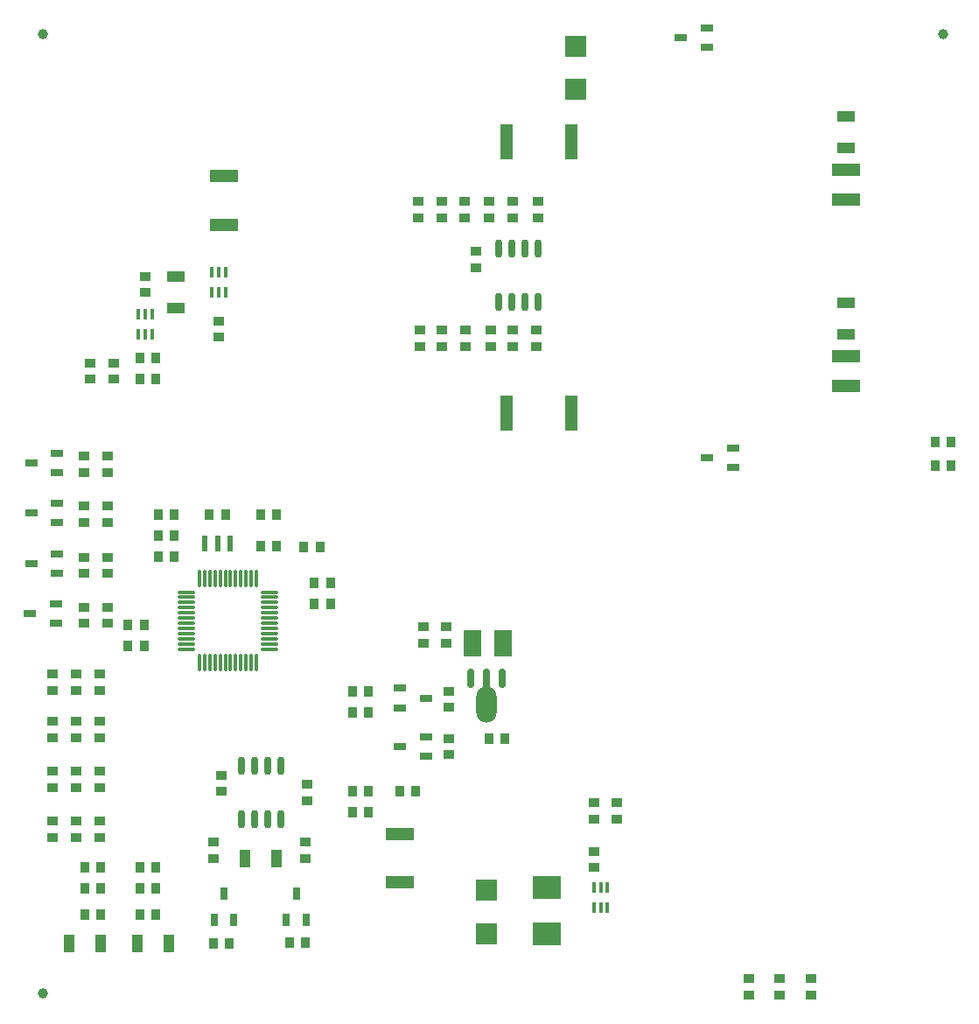
<source format=gtp>
%FSLAX25Y25*%
%MOIN*%
G70*
G01*
G75*
G04 Layer_Color=8421504*
%ADD10C,0.01000*%
%ADD11R,0.10799X0.08500*%
%ADD12O,0.02756X0.07480*%
%ADD13O,0.02756X0.08268*%
%ADD14O,0.07874X0.13780*%
%ADD15R,0.07087X0.10236*%
%ADD16R,0.04921X0.02756*%
%ADD17R,0.02756X0.04921*%
%ADD18R,0.07087X0.04449*%
%ADD19R,0.04449X0.07087*%
%ADD20R,0.10512X0.04724*%
%ADD21O,0.02756X0.07087*%
%ADD22R,0.01654X0.03937*%
%ADD23R,0.04921X0.13465*%
%ADD24R,0.03661X0.03858*%
%ADD25R,0.03858X0.03661*%
%ADD26O,0.07087X0.01102*%
%ADD27O,0.01102X0.07087*%
%ADD28R,0.10709X0.04567*%
%ADD29C,0.03937*%
%ADD30R,0.02362X0.05906*%
%ADD31R,0.07874X0.07874*%
%ADD32C,0.03150*%
%ADD33C,0.01969*%
%ADD34C,0.01181*%
%ADD35C,0.04724*%
%ADD36R,0.20500X1.22000*%
%ADD37R,0.44000X0.15500*%
%ADD38R,0.15000X0.07000*%
%ADD39R,0.23000X0.15000*%
%ADD40R,0.25000X0.15000*%
%ADD41C,0.05906*%
%ADD42C,0.12598*%
%ADD43O,0.10236X0.11811*%
%ADD44O,0.10236X0.11024*%
%ADD45C,0.07087*%
%ADD46C,0.11811*%
%ADD47R,0.05906X0.05906*%
%ADD48C,0.03000*%
%ADD49C,0.04000*%
%ADD50C,0.02756*%
%ADD51C,0.01575*%
%ADD52C,0.00984*%
%ADD53C,0.00787*%
%ADD54C,0.00500*%
%ADD55C,0.00600*%
D11*
X222000Y67201D02*
D03*
Y49799D02*
D03*
D12*
X204906Y147000D02*
D03*
X193095D02*
D03*
D13*
X199000Y146606D02*
D03*
D14*
Y137157D02*
D03*
D15*
X205406Y160500D02*
D03*
X193595D02*
D03*
D16*
X273079Y391000D02*
D03*
X282921Y394740D02*
D03*
Y387260D02*
D03*
X283079Y231000D02*
D03*
X292921Y234740D02*
D03*
Y227260D02*
D03*
X25579Y228996D02*
D03*
X35421Y232736D02*
D03*
Y225256D02*
D03*
X25579Y209996D02*
D03*
X35421Y213736D02*
D03*
Y206256D02*
D03*
X25504Y190720D02*
D03*
X35346Y194461D02*
D03*
Y186980D02*
D03*
X25004Y171720D02*
D03*
X34846Y175461D02*
D03*
Y167980D02*
D03*
X166079Y121000D02*
D03*
X175921Y124740D02*
D03*
Y117260D02*
D03*
Y139500D02*
D03*
X166079Y135760D02*
D03*
Y143240D02*
D03*
D17*
X99000Y64921D02*
D03*
X102740Y55079D02*
D03*
X95260D02*
D03*
X126500Y64921D02*
D03*
X130240Y55079D02*
D03*
X122760D02*
D03*
D18*
X336000Y360866D02*
D03*
Y349134D02*
D03*
Y289866D02*
D03*
Y278134D02*
D03*
X80500Y299866D02*
D03*
Y288134D02*
D03*
D19*
X107134Y78500D02*
D03*
X118866D02*
D03*
X51866Y46000D02*
D03*
X40134D02*
D03*
X66134D02*
D03*
X77866D02*
D03*
D20*
X166000Y69287D02*
D03*
Y87713D02*
D03*
X99000Y319787D02*
D03*
Y338213D02*
D03*
D21*
X105500Y93264D02*
D03*
X110500Y93264D02*
D03*
X115500D02*
D03*
X120500Y93264D02*
D03*
X105500Y113736D02*
D03*
X110500Y113736D02*
D03*
X115500D02*
D03*
X120500Y113736D02*
D03*
X218500Y310736D02*
D03*
X213500D02*
D03*
X208500D02*
D03*
X203500D02*
D03*
X218500Y290264D02*
D03*
X213500D02*
D03*
X208500D02*
D03*
X203500D02*
D03*
D22*
X245059Y67339D02*
D03*
X242500D02*
D03*
X239941D02*
D03*
Y59661D02*
D03*
X245059D02*
D03*
X242500D02*
D03*
X94441Y294161D02*
D03*
X97000D02*
D03*
X99559D02*
D03*
Y301839D02*
D03*
X94441D02*
D03*
X97000D02*
D03*
X66441Y278161D02*
D03*
X69000D02*
D03*
X71559D02*
D03*
Y285839D02*
D03*
X66441D02*
D03*
X69000D02*
D03*
D23*
X206795Y351500D02*
D03*
X231205D02*
D03*
Y248000D02*
D03*
X206795D02*
D03*
D24*
X199969Y124000D02*
D03*
X206032D02*
D03*
X62468Y167500D02*
D03*
X68531D02*
D03*
X62469Y159500D02*
D03*
X68532D02*
D03*
X80000Y201500D02*
D03*
X73937D02*
D03*
X94969Y46000D02*
D03*
X101032D02*
D03*
X135532Y197000D02*
D03*
X129469D02*
D03*
X123969Y46500D02*
D03*
X130032D02*
D03*
X112969Y197500D02*
D03*
X119032D02*
D03*
X45969Y75000D02*
D03*
X52032D02*
D03*
X73031D02*
D03*
X66968D02*
D03*
X139532Y183500D02*
D03*
X133469D02*
D03*
X73031Y261000D02*
D03*
X66968D02*
D03*
X172031Y104000D02*
D03*
X165968D02*
D03*
X139532Y175500D02*
D03*
X133469D02*
D03*
X369969Y237000D02*
D03*
X376032D02*
D03*
X369969Y228000D02*
D03*
X376032D02*
D03*
X73937Y193500D02*
D03*
X80000D02*
D03*
X52032Y57000D02*
D03*
X45969D02*
D03*
X66968D02*
D03*
X73031D02*
D03*
X52032Y67000D02*
D03*
X45969D02*
D03*
X66968D02*
D03*
X73031D02*
D03*
X154032Y104000D02*
D03*
X147969D02*
D03*
X147968Y142000D02*
D03*
X154031D02*
D03*
X147968Y134000D02*
D03*
X154031D02*
D03*
X147968Y96000D02*
D03*
X154031D02*
D03*
X66968Y269000D02*
D03*
X73031D02*
D03*
X93468Y209500D02*
D03*
X99531D02*
D03*
X112969D02*
D03*
X119032D02*
D03*
X80000D02*
D03*
X73937D02*
D03*
D25*
X183500Y160469D02*
D03*
Y166532D02*
D03*
X51500Y142469D02*
D03*
Y148531D02*
D03*
Y105468D02*
D03*
Y111531D02*
D03*
X200500Y273469D02*
D03*
Y279532D02*
D03*
X209000D02*
D03*
Y273469D02*
D03*
X51500Y124469D02*
D03*
Y130532D02*
D03*
Y86468D02*
D03*
Y92532D02*
D03*
X98000Y110032D02*
D03*
Y103969D02*
D03*
X200000Y328532D02*
D03*
Y322469D02*
D03*
X209000D02*
D03*
Y328532D02*
D03*
X322500Y26469D02*
D03*
Y32532D02*
D03*
X310500D02*
D03*
Y26469D02*
D03*
X299000D02*
D03*
Y32532D02*
D03*
X195000Y303468D02*
D03*
Y309531D02*
D03*
X54500Y225468D02*
D03*
Y231532D02*
D03*
X54500Y206469D02*
D03*
Y212532D02*
D03*
Y186969D02*
D03*
Y193032D02*
D03*
Y167969D02*
D03*
Y174032D02*
D03*
X45500Y225468D02*
D03*
Y231532D02*
D03*
Y206469D02*
D03*
Y212531D02*
D03*
X45500Y186969D02*
D03*
Y193032D02*
D03*
Y167968D02*
D03*
Y174031D02*
D03*
X33500Y148531D02*
D03*
Y142469D02*
D03*
Y111531D02*
D03*
Y105468D02*
D03*
X182000Y279532D02*
D03*
Y273469D02*
D03*
X42500Y148531D02*
D03*
Y142469D02*
D03*
Y111531D02*
D03*
Y105468D02*
D03*
X130500Y106532D02*
D03*
Y100469D02*
D03*
X95000Y78468D02*
D03*
Y84531D02*
D03*
X191000Y279532D02*
D03*
Y273469D02*
D03*
X173500Y279532D02*
D03*
Y273469D02*
D03*
X130000Y78468D02*
D03*
Y84531D02*
D03*
X218000Y279532D02*
D03*
Y273469D02*
D03*
X33500Y130532D02*
D03*
Y124469D02*
D03*
Y92532D02*
D03*
Y86468D02*
D03*
X42500Y130532D02*
D03*
Y124469D02*
D03*
Y92532D02*
D03*
Y86468D02*
D03*
X182000Y322468D02*
D03*
Y328531D02*
D03*
X190500Y322468D02*
D03*
Y328531D02*
D03*
X173000Y322468D02*
D03*
Y328531D02*
D03*
X218500Y322468D02*
D03*
Y328531D02*
D03*
X184500Y117968D02*
D03*
Y124031D02*
D03*
X248500Y93468D02*
D03*
Y99531D02*
D03*
X184500Y142032D02*
D03*
Y135969D02*
D03*
X240000Y93468D02*
D03*
Y99531D02*
D03*
Y74968D02*
D03*
Y81031D02*
D03*
X57000Y267032D02*
D03*
Y260968D02*
D03*
X48000Y267032D02*
D03*
Y260968D02*
D03*
X97000Y283000D02*
D03*
Y276937D02*
D03*
X69000Y300032D02*
D03*
Y293969D02*
D03*
X175000Y166532D02*
D03*
Y160469D02*
D03*
D26*
X84555Y179827D02*
D03*
Y177858D02*
D03*
Y175890D02*
D03*
Y173921D02*
D03*
Y171953D02*
D03*
Y169984D02*
D03*
Y168016D02*
D03*
Y166047D02*
D03*
Y164079D02*
D03*
Y162110D02*
D03*
Y160142D02*
D03*
Y158173D02*
D03*
X116445D02*
D03*
Y160142D02*
D03*
Y162110D02*
D03*
Y164079D02*
D03*
Y166047D02*
D03*
Y168016D02*
D03*
Y169984D02*
D03*
Y171953D02*
D03*
Y173921D02*
D03*
Y175890D02*
D03*
Y177858D02*
D03*
Y179827D02*
D03*
D27*
X89673Y153055D02*
D03*
X91642D02*
D03*
X93610D02*
D03*
X95579D02*
D03*
X97547D02*
D03*
X99516D02*
D03*
X101484D02*
D03*
X103453D02*
D03*
X105421D02*
D03*
X107390D02*
D03*
X109358D02*
D03*
X111327D02*
D03*
Y184945D02*
D03*
X109358D02*
D03*
X107390D02*
D03*
X105421D02*
D03*
X103453D02*
D03*
X101484D02*
D03*
X99516D02*
D03*
X97547D02*
D03*
X95579D02*
D03*
X93610D02*
D03*
X91642D02*
D03*
X89673D02*
D03*
D28*
X336000Y329193D02*
D03*
Y340807D02*
D03*
Y258193D02*
D03*
Y269807D02*
D03*
D29*
X30000Y27000D02*
D03*
Y392500D02*
D03*
X373000D02*
D03*
D30*
X91776Y198500D02*
D03*
X101224D02*
D03*
X96500D02*
D03*
D31*
X233000Y371232D02*
D03*
Y387768D02*
D03*
X199000Y49732D02*
D03*
Y66268D02*
D03*
M02*

</source>
